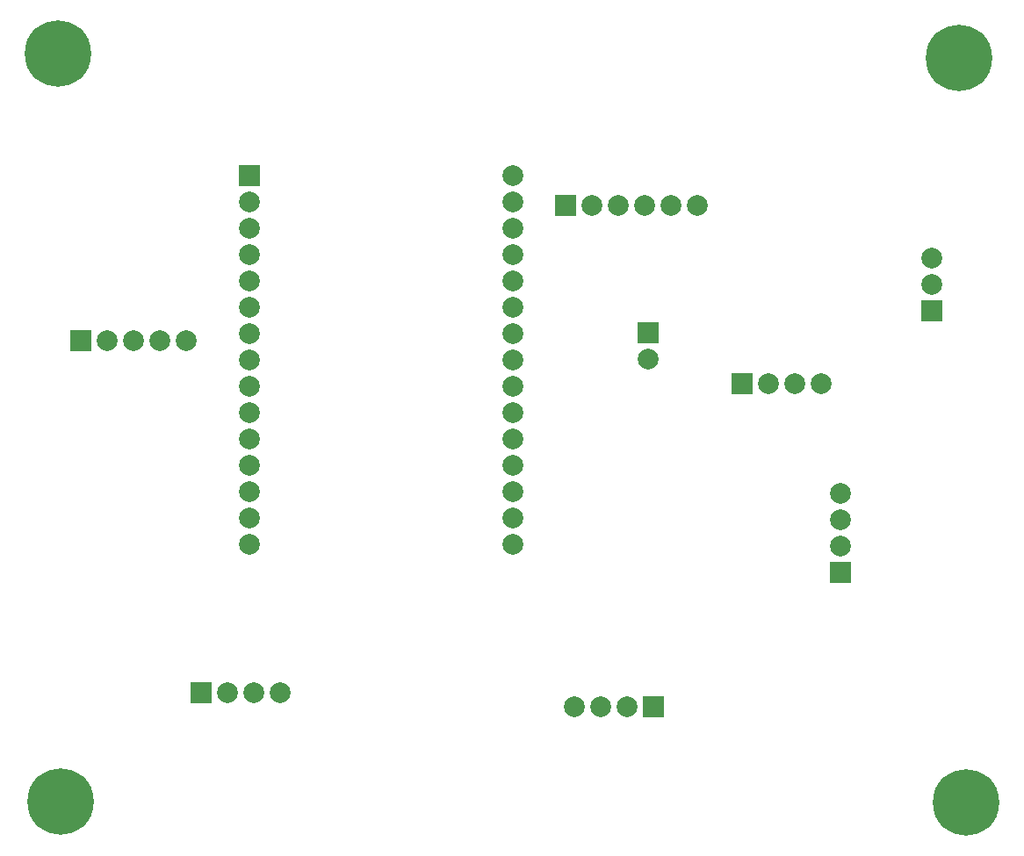
<source format=gtl>
%TF.GenerationSoftware,KiCad,Pcbnew,9.0.4*%
%TF.CreationDate,2025-11-06T19:22:31+05:30*%
%TF.ProjectId,projectxxxxxxx,70726f6a-6563-4747-9878-78787878782e,rev?*%
%TF.SameCoordinates,Original*%
%TF.FileFunction,Copper,L1,Top*%
%TF.FilePolarity,Positive*%
%FSLAX46Y46*%
G04 Gerber Fmt 4.6, Leading zero omitted, Abs format (unit mm)*
G04 Created by KiCad (PCBNEW 9.0.4) date 2025-11-06 19:22:31*
%MOMM*%
%LPD*%
G01*
G04 APERTURE LIST*
%TA.AperFunction,ComponentPad*%
%ADD10C,2.000000*%
%TD*%
%TA.AperFunction,ComponentPad*%
%ADD11R,2.000000X2.000000*%
%TD*%
%TA.AperFunction,ComponentPad*%
%ADD12C,6.400000*%
%TD*%
G04 APERTURE END LIST*
D10*
%TO.P,buzzer1,2,Pin_2*%
%TO.N,Net-(U1-D25)*%
X116000000Y-87140000D03*
D11*
%TO.P,buzzer1,1,Pin_1*%
%TO.N,GND*%
X116000000Y-84600000D03*
%TD*%
D12*
%TO.P,REF\u002A\u002A,1*%
%TO.N,N/C*%
X59100000Y-57700000D03*
%TD*%
%TO.P,REF\u002A\u002A,1*%
%TO.N,N/C*%
X146000000Y-58100000D03*
%TD*%
D11*
%TO.P,Gas,1,Pin_1*%
%TO.N,VCC*%
X134600000Y-107680000D03*
D10*
%TO.P,Gas,2,Pin_2*%
%TO.N,GND*%
X134600000Y-105140000D03*
%TO.P,Gas,3,Pin_3*%
%TO.N,unconnected-(J1-Pin_3-Pad3)*%
X134600000Y-102600000D03*
%TO.P,Gas,4,Pin_4*%
%TO.N,Net-(J1-Pin_4)*%
X134600000Y-100060000D03*
%TD*%
D11*
%TO.P,Lightsensor1,1,Pin_1*%
%TO.N,VCC*%
X61380000Y-85400000D03*
D10*
%TO.P,Lightsensor1,2,Pin_2*%
%TO.N,Net-(Lightsensor1-Pin_2)*%
X63920000Y-85400000D03*
%TO.P,Lightsensor1,3,Pin_3*%
%TO.N,Net-(Lightsensor1-Pin_3)*%
X66460000Y-85400000D03*
%TO.P,Lightsensor1,4,Pin_4*%
%TO.N,GND*%
X69000000Y-85400000D03*
%TO.P,Lightsensor1,5,Pin_5*%
%TO.N,unconnected-(Lightsensor1-Pin_5-Pad5)*%
X71540000Y-85400000D03*
%TD*%
D11*
%TO.P,soilmoisture1,1,Pin_1*%
%TO.N,Net-(U1-VP)*%
X116540000Y-120700000D03*
D10*
%TO.P,soilmoisture1,2,Pin_2*%
%TO.N,unconnected-(soilmoisture1-Pin_2-Pad2)*%
X114000000Y-120700000D03*
%TO.P,soilmoisture1,3,Pin_3*%
%TO.N,GND*%
X111460000Y-120700000D03*
%TO.P,soilmoisture1,4,Pin_4*%
%TO.N,VCC*%
X108920000Y-120700000D03*
%TD*%
D11*
%TO.P,U1,1,3V3*%
%TO.N,VCC*%
X77615000Y-69440000D03*
D10*
%TO.P,U1,2,GND*%
%TO.N,GND*%
X77615000Y-71980000D03*
%TO.P,U1,3,D15*%
%TO.N,unconnected-(U1-D15-Pad3)*%
X77615000Y-74520000D03*
%TO.P,U1,4,D2*%
%TO.N,unconnected-(U1-D2-Pad4)*%
X77615000Y-77060000D03*
%TO.P,U1,5,D4*%
%TO.N,unconnected-(U1-D4-Pad5)*%
X77615000Y-79600000D03*
%TO.P,U1,6,RX2*%
%TO.N,unconnected-(U1-RX2-Pad6)*%
X77615000Y-82140000D03*
%TO.P,U1,7,TX2*%
%TO.N,Net-(DHT22-Pin_3)*%
X77615000Y-84680000D03*
%TO.P,U1,8,D5*%
%TO.N,unconnected-(U1-D5-Pad8)*%
X77615000Y-87220000D03*
%TO.P,U1,9,D18*%
%TO.N,unconnected-(U1-D18-Pad9)*%
X77615000Y-89760000D03*
%TO.P,U1,10,D19*%
%TO.N,unconnected-(U1-D19-Pad10)*%
X77615000Y-92300000D03*
%TO.P,U1,11,D21*%
%TO.N,Net-(Lightsensor1-Pin_3)*%
X77615000Y-94840000D03*
%TO.P,U1,12,RX0*%
%TO.N,unconnected-(U1-RX0-Pad12)*%
X77615000Y-97380000D03*
%TO.P,U1,13,TX0*%
%TO.N,unconnected-(U1-TX0-Pad13)*%
X77615000Y-99920000D03*
%TO.P,U1,14,D22*%
%TO.N,Net-(Lightsensor1-Pin_2)*%
X77615000Y-102460000D03*
%TO.P,U1,15,D23*%
%TO.N,unconnected-(U1-D23-Pad15)*%
X77615000Y-105000000D03*
%TO.P,U1,16,EN*%
%TO.N,unconnected-(U1-EN-Pad16)*%
X103015000Y-105000000D03*
%TO.P,U1,17,VP*%
%TO.N,Net-(U1-VP)*%
X103015000Y-102460000D03*
%TO.P,U1,18,VN*%
%TO.N,Net-(J1-Pin_4)*%
X103015000Y-99920000D03*
%TO.P,U1,19,D34*%
%TO.N,Net-(J2-Pin_1)*%
X103015000Y-97380000D03*
%TO.P,U1,20,D35*%
%TO.N,unconnected-(U1-D35-Pad20)*%
X103015000Y-94840000D03*
%TO.P,U1,21,D32*%
%TO.N,unconnected-(U1-D32-Pad21)*%
X103015000Y-92300000D03*
%TO.P,U1,22,D33*%
%TO.N,unconnected-(U1-D33-Pad22)*%
X103015000Y-89760000D03*
%TO.P,U1,23,D25*%
%TO.N,Net-(U1-D25)*%
X103015000Y-87220000D03*
%TO.P,U1,24,D26*%
%TO.N,Net-(Relay1-Pin_5)*%
X103015000Y-84680000D03*
%TO.P,U1,25,D27*%
%TO.N,Net-(Relay1-Pin_4)*%
X103015000Y-82140000D03*
%TO.P,U1,26,D14*%
%TO.N,unconnected-(U1-D14-Pad26)*%
X103015000Y-79600000D03*
%TO.P,U1,27,D12*%
%TO.N,unconnected-(U1-D12-Pad27)*%
X103015000Y-77060000D03*
%TO.P,U1,28,D13*%
%TO.N,unconnected-(U1-D13-Pad28)*%
X103015000Y-74520000D03*
%TO.P,U1,29,GND*%
%TO.N,GND*%
X103015000Y-71980000D03*
%TO.P,U1,30,VIN*%
%TO.N,Net-(Relay1-Pin_1)*%
X103015000Y-69440000D03*
%TD*%
D12*
%TO.P,REF\u002A\u002A,1*%
%TO.N,N/C*%
X146700000Y-129900000D03*
%TD*%
D11*
%TO.P,DHT22,1,Pin_1*%
%TO.N,GND*%
X143375000Y-82525000D03*
D10*
%TO.P,DHT22,2,Pin_2*%
%TO.N,VCC*%
X143375000Y-79985000D03*
%TO.P,DHT22,3,Pin_3*%
%TO.N,Net-(DHT22-Pin_3)*%
X143375000Y-77445000D03*
%TD*%
D11*
%TO.P,OLED1,1,Pin_1*%
%TO.N,VCC*%
X72900000Y-119300000D03*
D10*
%TO.P,OLED1,2,Pin_2*%
%TO.N,GND*%
X75440000Y-119300000D03*
%TO.P,OLED1,3,Pin_3*%
%TO.N,Net-(Lightsensor1-Pin_2)*%
X77980000Y-119300000D03*
%TO.P,OLED1,4,Pin_4*%
%TO.N,Net-(Lightsensor1-Pin_3)*%
X80520000Y-119300000D03*
%TD*%
D11*
%TO.P,waterlevel,1,Pin_1*%
%TO.N,Net-(J2-Pin_1)*%
X125060000Y-89500000D03*
D10*
%TO.P,waterlevel,2,Pin_2*%
%TO.N,GND*%
X127600000Y-89500000D03*
%TO.P,waterlevel,3,Pin_3*%
%TO.N,VCC*%
X130140000Y-89500000D03*
%TO.P,waterlevel,4,Pin_4*%
%TO.N,GND*%
X132680000Y-89500000D03*
%TD*%
D12*
%TO.P,REF\u002A\u002A,1*%
%TO.N,N/C*%
X59400000Y-129800000D03*
%TD*%
D11*
%TO.P,Relay1,1,Pin_1*%
%TO.N,Net-(Relay1-Pin_1)*%
X108100000Y-72300000D03*
D10*
%TO.P,Relay1,2,Pin_2*%
%TO.N,unconnected-(Relay1-Pin_2-Pad2)*%
X110640000Y-72300000D03*
%TO.P,Relay1,3,Pin_3*%
%TO.N,unconnected-(Relay1-Pin_3-Pad3)*%
X113180000Y-72300000D03*
%TO.P,Relay1,4,Pin_4*%
%TO.N,Net-(Relay1-Pin_4)*%
X115720000Y-72300000D03*
%TO.P,Relay1,5,Pin_5*%
%TO.N,Net-(Relay1-Pin_5)*%
X118260000Y-72300000D03*
%TO.P,Relay1,6,Pin_6*%
%TO.N,GND*%
X120800000Y-72300000D03*
%TD*%
M02*

</source>
